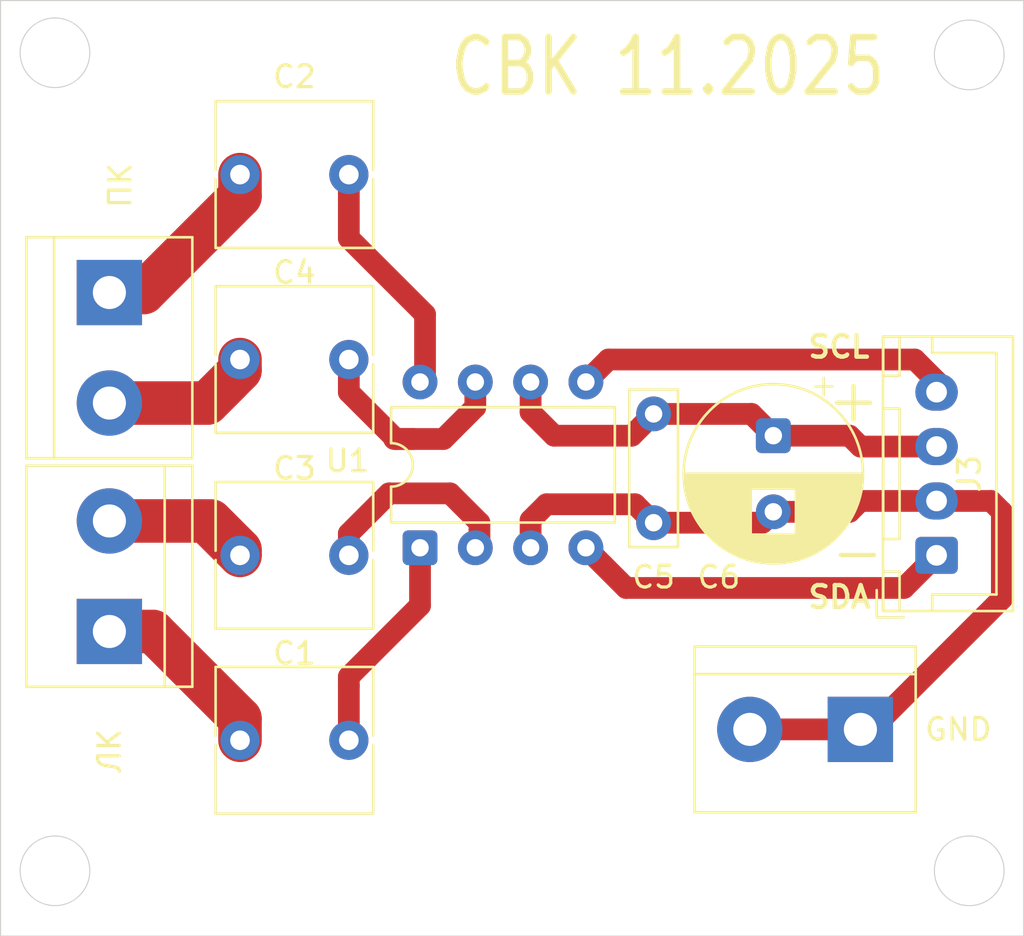
<source format=kicad_pcb>
(kicad_pcb (version 20241229) (generator "pcbnew") (generator_version "9.0")
  (layers (0 "F.Cu" signal) (2 "B.Cu" signal) (13 "F.Paste" user) (15 "B.Paste" user) (5 "F.SilkS" user "F.Silkscreen") (7 "B.SilkS" user "B.Silkscreen") (1 "F.Mask" user) (3 "B.Mask" user) (25 "Edge.Cuts" user))
  (net 0 "")
  (net 1 "Net-(U1-IN1)")
  (net 2 "Net-(U1-IN2)")
  (net 3 "Net-(J5-Pin_1)")
  (net 4 "Net-(U1-OUT1)")
  (net 5 "Net-(U1-OUT2)")
  (net 6 "GNDREF")
  (net 7 "Net-(J3-Pin_3)")
  (net 8 "Net-(J3-Pin_1)")
  (net 9 "Net-(J5-Pin_2)")
  (net 10 "Net-(J1-Pin_1)")
  (net 11 "Net-(J1-Pin_2)")
  (net 12 "Net-(J3-Pin_4)")
  (footprint "Capacitor_THT:C_Rect_L7.0mm_W6.5mm_P5.00mm" (layer "F.Cu") (at 69.5 35 180)
    (property "Reference" "C2" (at 2.5 4.5 0) (layer "F.SilkS"))
    (property "Value" "1мкФ")
    (fp_line (start 6.12 0.213) (end 6.12 3.37) (stroke (width 0.12)) (layer "F.SilkS"))
    (fp_line (start 6.12 -3.37) (end 6.12 -0.213) (stroke (width 0.12)) (layer "F.SilkS"))
    (fp_line (start -1.12 3.37) (end 6.12 3.37) (stroke (width 0.12)) (layer "F.SilkS"))
    (fp_line (start -1.12 0.213) (end -1.12 3.37) (stroke (width 0.12)) (layer "F.SilkS"))
    (fp_line (start -1.12 -3.37) (end 6.12 -3.37) (stroke (width 0.12)) (layer "F.SilkS"))
    (fp_line (start -1.12 -3.37) (end -1.12 -0.213) (stroke (width 0.12)) (layer "F.SilkS"))
    (pad "1" thru_hole circle (at 0 0 180) (size 1.8 1.8) (drill 0.9) (layers "*.Cu" "*.Mask") (net 2 "Net-(U1-IN2)"))
    (pad "2" thru_hole circle (at 5 0 180) (size 1.8 1.8) (drill 0.9) (layers "*.Cu" "*.Mask") (net 3 "Net-(J5-Pin_1)"))
  )
  (footprint "TerminalBlock:TerminalBlock_bornier-2_P5.08mm" (layer "F.Cu") (at 58.5 56 90)
    (property "Reference" "ЛК" (at -5.5 0 90) (layer "F.SilkS"))
    (property "Value" "Вход")
    (fp_line (start 7.62 -3.81) (end -2.54 -3.81) (stroke (width 0.12)) (layer "F.SilkS"))
    (fp_line (start -2.54 -3.81) (end -2.54 3.81) (stroke (width 0.12)) (layer "F.SilkS"))
    (fp_line (start 7.62 2.54) (end -2.54 2.54) (stroke (width 0.12)) (layer "F.SilkS"))
    (fp_line (start 7.62 3.81) (end 7.62 -3.81) (stroke (width 0.12)) (layer "F.SilkS"))
    (fp_line (start -2.54 3.81) (end 7.62 3.81) (stroke (width 0.12)) (layer "F.SilkS"))
    (pad "1" thru_hole rect (at 0 0 90) (size 3 3) (drill 1.52) (layers "*.Cu" "*.Mask") (net 10 "Net-(J1-Pin_1)"))
    (pad "2" thru_hole circle (at 5.08 0 90) (size 3 3) (drill 1.52) (layers "*.Cu" "*.Mask") (net 11 "Net-(J1-Pin_2)"))
  )
  (footprint "Capacitor_THT:C_Rect_L7.0mm_W6.5mm_P5.00mm" (layer "F.Cu") (at 64.5 52.5)
    (property "Reference" "C3" (at 2.5 -4 0) (layer "F.SilkS"))
    (property "Value" "1мкФ")
    (fp_line (start -1.12 -3.37) (end -1.12 -0.213) (stroke (width 0.12)) (layer "F.SilkS"))
    (fp_line (start -1.12 -3.37) (end 6.12 -3.37) (stroke (width 0.12)) (layer "F.SilkS"))
    (fp_line (start -1.12 0.213) (end -1.12 3.37) (stroke (width 0.12)) (layer "F.SilkS"))
    (fp_line (start -1.12 3.37) (end 6.12 3.37) (stroke (width 0.12)) (layer "F.SilkS"))
    (fp_line (start 6.12 -3.37) (end 6.12 -0.213) (stroke (width 0.12)) (layer "F.SilkS"))
    (fp_line (start 6.12 0.213) (end 6.12 3.37) (stroke (width 0.12)) (layer "F.SilkS"))
    (pad "1" thru_hole circle (at 0 0) (size 1.8 1.8) (drill 0.9) (layers "*.Cu" "*.Mask") (net 11 "Net-(J1-Pin_2)"))
    (pad "2" thru_hole circle (at 5 0) (size 1.8 1.8) (drill 0.9) (layers "*.Cu" "*.Mask") (net 4 "Net-(U1-OUT1)"))
  )
  (footprint "TerminalBlock:TerminalBlock_bornier-2_P5.08mm" (layer "F.Cu") (at 58.5 40.42 -90)
    (property "Reference" "ПК" (at -4.92 -0.5 90) (layer "F.SilkS"))
    (property "Value" "Выход")
    (fp_line (start -2.54 3.81) (end 7.62 3.81) (stroke (width 0.12)) (layer "F.SilkS"))
    (fp_line (start 7.62 3.81) (end 7.62 -3.81) (stroke (width 0.12)) (layer "F.SilkS"))
    (fp_line (start 7.62 2.54) (end -2.54 2.54) (stroke (width 0.12)) (layer "F.SilkS"))
    (fp_line (start -2.54 -3.81) (end -2.54 3.81) (stroke (width 0.12)) (layer "F.SilkS"))
    (fp_line (start 7.62 -3.81) (end -2.54 -3.81) (stroke (width 0.12)) (layer "F.SilkS"))
    (pad "1" thru_hole rect (at 0 0 270) (size 3 3) (drill 1.52) (layers "*.Cu" "*.Mask") (net 3 "Net-(J5-Pin_1)"))
    (pad "2" thru_hole circle (at 5.08 0 270) (size 3 3) (drill 1.52) (layers "*.Cu" "*.Mask") (net 9 "Net-(J5-Pin_2)"))
  )
  (footprint "Connector_JST:JST_XH_B4B-XH-A_1x04_P2.50mm_Vertical" (layer "F.Cu") (at 96.5 52.5 90)
    (property "Reference" "J3" (at 3.75 1.5 90) (layer "F.SilkS"))
    (property "Value" "Conn_01x04_Pin" (hide yes))
    (fp_line (start -1.6 -2.75) (end -2.85 -2.75) (stroke (width 0.12)) (layer "F.SilkS"))
    (fp_line (start -2.85 -2.75) (end -2.85 -1.5) (stroke (width 0.12)) (layer "F.SilkS"))
    (fp_line (start 10.06 -2.46) (end -2.56 -2.46) (stroke (width 0.12)) (layer "F.SilkS"))
    (fp_line (start -2.56 -2.46) (end -2.56 3.51) (stroke (width 0.12)) (layer "F.SilkS"))
    (fp_line (start 10.05 -2.45) (end 8.25 -2.45) (stroke (width 0.12)) (layer "F.SilkS"))
    (fp_line (start 8.25 -2.45) (end 8.25 -1.7) (stroke (width 0.12)) (layer "F.SilkS"))
    (fp_line (start 6.75 -2.45) (end 0.75 -2.45) (stroke (width 0.12)) (layer "F.SilkS"))
    (fp_line (start 0.75 -2.45) (end 0.75 -1.7) (stroke (width 0.12)) (layer "F.SilkS"))
    (fp_line (start -0.75 -2.45) (end -2.55 -2.45) (stroke (width 0.12)) (layer "F.SilkS"))
    (fp_line (start -2.55 -2.45) (end -2.55 -1.7) (stroke (width 0.12)) (layer "F.SilkS"))
    (fp_line (start 10.05 -1.7) (end 10.05 -2.45) (stroke (width 0.12)) (layer "F.SilkS"))
    (fp_line (start 8.25 -1.7) (end 10.05 -1.7) (stroke (width 0.12)) (layer "F.SilkS"))
    (fp_line (start 6.75 -1.7) (end 6.75 -2.45) (stroke (width 0.12)) (layer "F.SilkS"))
    (fp_line (start 0.75 -1.7) (end 6.75 -1.7) (stroke (width 0.12)) (layer "F.SilkS"))
    (fp_line (start -0.75 -1.7) (end -0.75 -2.45) (stroke (width 0.12)) (layer "F.SilkS"))
    (fp_line (start -2.55 -1.7) (end -0.75 -1.7) (stroke (width 0.12)) (layer "F.SilkS"))
    (fp_line (start 10.05 -0.2) (end 9.3 -0.2) (stroke (width 0.12)) (layer "F.SilkS"))
    (fp_line (start 9.3 -0.2) (end 9.3 2.75) (stroke (width 0.12)) (layer "F.SilkS"))
    (fp_line (start -1.8 -0.2) (end -1.8 2.75) (stroke (width 0.12)) (layer "F.SilkS"))
    (fp_line (start -2.55 -0.2) (end -1.8 -0.2) (stroke (width 0.12)) (layer "F.SilkS"))
    (fp_line (start 9.3 2.75) (end 3.75 2.75) (stroke (width 0.12)) (layer "F.SilkS"))
    (fp_line (start -1.8 2.75) (end 3.75 2.75) (stroke (width 0.12)) (layer "F.SilkS"))
    (fp_line (start 10.06 3.51) (end 10.06 -2.46) (stroke (width 0.12)) (layer "F.SilkS"))
    (fp_line (start -2.56 3.51) (end 10.06 3.51) (stroke (width 0.12)) (layer "F.SilkS"))
    (pad "1" thru_hole roundrect (at 0 0 90) (size 1.7 1.95) (drill 0.95) (layers "*.Cu" "*.Mask") (roundrect_rratio 0.147059) (net 8 "Net-(J3-Pin_1)"))
    (pad "2" thru_hole oval (at 2.5 0 90) (size 1.7 1.95) (drill 0.95) (layers "*.Cu" "*.Mask") (net 6 "GNDREF"))
    (pad "3" thru_hole oval (at 5 0 90) (size 1.7 1.95) (drill 0.95) (layers "*.Cu" "*.Mask") (net 7 "Net-(J3-Pin_3)"))
    (pad "4" thru_hole oval (at 7.5 0 90) (size 1.7 1.95) (drill 0.95) (layers "*.Cu" "*.Mask") (net 12 "Net-(J3-Pin_4)"))
  )
  (footprint "Capacitor_THT:CP_Radial_D8.0mm_P3.50mm" (layer "F.Cu") (at 89 47 -90)
    (property "Reference" "C6" (at 6.5 2.5 0) (layer "F.SilkS"))
    (property "Value" "470мкФ 25В" (hide yes))
    (fp_line (start 2.47 1.04) (end 2.47 4.017) (stroke (width 0.12)) (layer "F.SilkS"))
    (fp_line (start 2.51 1.04) (end 2.51 4.009) (stroke (width 0.12)) (layer "F.SilkS"))
    (fp_line (start 2.55 1.04) (end 2.55 4.002) (stroke (width 0.12)) (layer "F.SilkS"))
    (fp_line (start 2.59 1.04) (end 2.59 3.993) (stroke (width 0.12)) (layer "F.SilkS"))
    (fp_line (start 2.63 1.04) (end 2.63 3.985) (stroke (width 0.12)) (layer "F.SilkS"))
    (fp_line (start 2.67 1.04) (end 2.67 3.976) (stroke (width 0.12)) (layer "F.SilkS"))
    (fp_line (start 2.71 1.04) (end 2.71 3.967) (stroke (width 0.12)) (layer "F.SilkS"))
    (fp_line (start 2.75 1.04) (end 2.75 3.957) (stroke (width 0.12)) (layer "F.SilkS"))
    (fp_line (start 2.79 1.04) (end 2.79 3.947) (stroke (width 0.12)) (layer "F.SilkS"))
    (fp_line (start 2.83 1.04) (end 2.83 3.936) (stroke (width 0.12)) (layer "F.SilkS"))
    (fp_line (start 2.87 1.04) (end 2.87 3.925) (stroke (width 0.12)) (layer "F.SilkS"))
    (fp_line (start 2.91 1.04) (end 2.91 3.913) (stroke (width 0.12)) (layer "F.SilkS"))
    (fp_line (start 2.95 1.04) (end 2.95 3.901) (stroke (width 0.12)) (layer "F.SilkS"))
    (fp_line (start 2.99 1.04) (end 2.99 3.889) (stroke (width 0.12)) (layer "F.SilkS"))
    (fp_line (start 3.03 1.04) (end 3.03 3.876) (stroke (width 0.12)) (layer "F.SilkS"))
    (fp_line (start 3.07 1.04) (end 3.07 3.863) (stroke (width 0.12)) (layer "F.SilkS"))
    (fp_line (start 3.11 1.04) (end 3.11 3.849) (stroke (width 0.12)) (layer "F.SilkS"))
    (fp_line (start 3.15 1.04) (end 3.15 3.835) (stroke (width 0.12)) (layer "F.SilkS"))
    (fp_line (start 3.19 1.04) (end 3.19 3.82) (stroke (width 0.12)) (layer "F.SilkS"))
    (fp_line (start 3.23 1.04) (end 3.23 3.805) (stroke (width 0.12)) (layer "F.SilkS"))
    (fp_line (start 3.27 1.04) (end 3.27 3.789) (stroke (width 0.12)) (layer "F.SilkS"))
    (fp_line (start 3.31 1.04) (end 3.31 3.773) (stroke (width 0.12)) (layer "F.SilkS"))
    (fp_line (start 3.35 1.04) (end 3.35 3.757) (stroke (width 0.12)) (layer "F.SilkS"))
    (fp_line (start 3.39 1.04) (end 3.39 3.74) (stroke (width 0.12)) (layer "F.SilkS"))
    (fp_line (start 3.43 1.04) (end 3.43 3.722) (stroke (width 0.12)) (layer "F.SilkS"))
    (fp_line (start 3.47 1.04) (end 3.47 3.704) (stroke (width 0.12)) (layer "F.SilkS"))
    (fp_line (start 3.51 1.04) (end 3.51 3.685) (stroke (width 0.12)) (layer "F.SilkS"))
    (fp_line (start 3.55 1.04) (end 3.55 3.666) (stroke (width 0.12)) (layer "F.SilkS"))
    (fp_line (start 3.59 1.04) (end 3.59 3.646) (stroke (width 0.12)) (layer "F.SilkS"))
    (fp_line (start 3.63 1.04) (end 3.63 3.626) (stroke (width 0.12)) (layer "F.SilkS"))
    (fp_line (start 3.67 1.04) (end 3.67 3.605) (stroke (width 0.12)) (layer "F.SilkS"))
    (fp_line (start 3.71 1.04) (end 3.71 3.584) (stroke (width 0.12)) (layer "F.SilkS"))
    (fp_line (start 3.75 1.04) (end 3.75 3.562) (stroke (width 0.12)) (layer "F.SilkS"))
    (fp_line (start 3.79 1.04) (end 3.79 3.539) (stroke (width 0.12)) (layer "F.SilkS"))
    (fp_line (start 3.83 1.04) (end 3.83 3.516) (stroke (width 0.12)) (layer "F.SilkS"))
    (fp_line (start 3.87 1.04) (end 3.87 3.493) (stroke (width 0.12)) (layer "F.SilkS"))
    (fp_line (start 3.91 1.04) (end 3.91 3.468) (stroke (width 0.12)) (layer "F.SilkS"))
    (fp_line (start 3.95 1.04) (end 3.95 3.443) (stroke (width 0.12)) (layer "F.SilkS"))
    (fp_line (start 3.99 1.04) (end 3.99 3.418) (stroke (width 0.12)) (layer "F.SilkS"))
    (fp_line (start 4.03 1.04) (end 4.03 3.392) (stroke (width 0.12)) (layer "F.SilkS"))
    (fp_line (start 4.07 1.04) (end 4.07 3.365) (stroke (width 0.12)) (layer "F.SilkS"))
    (fp_line (start 4.11 1.04) (end 4.11 3.337) (stroke (width 0.12)) (layer "F.SilkS"))
    (fp_line (start 4.15 1.04) (end 4.15 3.309) (stroke (width 0.12)) (layer "F.SilkS"))
    (fp_line (start 4.19 1.04) (end 4.19 3.28) (stroke (width 0.12)) (layer "F.SilkS"))
    (fp_line (start 4.23 1.04) (end 4.23 3.25) (stroke (width 0.12)) (layer "F.SilkS"))
    (fp_line (start 4.27 1.04) (end 4.27 3.219) (stroke (width 0.12)) (layer "F.SilkS"))
    (fp_line (start 4.31 1.04) (end 4.31 3.188) (stroke (width 0.12)) (layer "F.SilkS"))
    (fp_line (start 4.35 1.04) (end 4.35 3.156) (stroke (width 0.12)) (layer "F.SilkS"))
    (fp_line (start 4.39 1.04) (end 4.39 3.123) (stroke (width 0.12)) (layer "F.SilkS"))
    (fp_line (start 4.43 1.04) (end 4.43 3.089) (stroke (width 0.12)) (layer "F.SilkS"))
    (fp_line (start 4.47 1.04) (end 4.47 3.055) (stroke (width 0.12)) (layer "F.SilkS"))
    (fp_line (start 4.51 1.04) (end 4.51 3.019) (stroke (width 0.12)) (layer "F.SilkS"))
    (fp_line (start 5.83 -0.533) (end 5.83 0.533) (stroke (width 0.12)) (layer "F.SilkS"))
    (fp_line (start 5.79 -0.768) (end 5.79 0.768) (stroke (width 0.12)) (layer "F.SilkS"))
    (fp_line (start 5.75 -0.947) (end 5.75 0.947) (stroke (width 0.12)) (layer "F.SilkS"))
    (fp_line (start 5.71 -1.097) (end 5.71 1.097) (stroke (width 0.12)) (layer "F.SilkS"))
    (fp_line (start 5.67 -1.228) (end 5.67 1.228) (stroke (width 0.12)) (layer "F.SilkS"))
    (fp_line (start 5.63 -1.346) (end 5.63 1.346) (stroke (width 0.12)) (layer "F.SilkS"))
    (fp_line (start 5.59 -1.453) (end 5.59 1.453) (stroke (width 0.12)) (layer "F.SilkS"))
    (fp_line (start 5.55 -1.552) (end 5.55 1.552) (stroke (width 0.12)) (layer "F.SilkS"))
    (fp_line (start 5.51 -1.644) (end 5.51 1.644) (stroke (width 0.12)) (layer "F.SilkS"))
    (fp_line (start 5.47 -1.731) (end 5.47 1.731) (stroke (width 0.12)) (layer "F.SilkS"))
    (fp_line (start 5.43 -1.813) (end 5.43 1.813) (stroke (width 0.12)) (layer "F.SilkS"))
    (fp_line (start 5.39 -1.89) (end 5.39 1.89) (stroke (width 0.12)) (layer "F.SilkS"))
    (fp_line (start 5.35 -1.964) (end 5.35 1.964) (stroke (width 0.12)) (layer "F.SilkS"))
    (fp_line (start 5.31 -2.034) (end 5.31 2.034) (stroke (width 0.12)) (layer "F.SilkS"))
    (fp_line (start 5.27 -2.101) (end 5.27 2.101) (stroke (width 0.12)) (layer "F.SilkS"))
    (fp_line (start 5.23 -2.165) (end 5.23 2.165) (stroke (width 0.12)) (layer "F.SilkS"))
    (fp_line (start 5.19 -2.227) (end 5.19 2.227) (stroke (width 0.12)) (layer "F.SilkS"))
    (fp_line (start 5.15 -2.287) (end 5.15 2.287) (stroke (width 0.12)) (layer "F.SilkS"))
    (fp_line (start -2.659698 -2.315) (end -1.859698 -2.315) (stroke (width 0.12)) (layer "F.SilkS"))
    (fp_line (start 5.11 -2.344) (end 5.11 2.344) (stroke (width 0.12)) (layer "F.SilkS"))
    (fp_line (start 5.07 -2.4) (end 5.07 2.4) (stroke (width 0.12)) (layer "F.SilkS"))
    (fp_line (start 5.03 -2.453) (end 5.03 2.453) (stroke (width 0.12)) (layer "F.SilkS"))
    (fp_line (start 4.99 -2.505) (end 4.99 2.505) (stroke (width 0.12)) (layer "F.SilkS"))
    (fp_line (start 4.95 -2.555) (end 4.95 2.555) (stroke (width 0.12)) (layer "F.SilkS"))
    (fp_line (start 4.91 -2.604) (end 4.91 2.604) (stroke (width 0.12)) (layer "F.SilkS"))
    (fp_line (start 4.87 -2.651) (end 4.87 2.651) (stroke (width 0.12)) (layer "F.SilkS"))
    (fp_line (start 4.83 -2.696) (end 4.83 2.696) (stroke (width 0.12)) (layer "F.SilkS"))
    (fp_line (start -2.259698 -2.715) (end -2.259698 -1.915) (stroke (width 0.12)) (layer "F.SilkS"))
    (fp_line (start 4.79 -2.741) (end 4.79 2.741) (stroke (width 0.12)) (layer "F.SilkS"))
    (fp_line (start 4.75 -2.784) (end 4.75 2.784) (stroke (width 0.12)) (layer "F.SilkS"))
    (fp_line (start 4.71 -2.826) (end 4.71 2.826) (stroke (width 0.12)) (layer "F.SilkS"))
    (fp_line (start 4.67 -2.867) (end 4.67 2.867) (stroke (width 0.12)) (layer "F.SilkS"))
    (fp_line (start 4.63 -2.906) (end 4.63 2.906) (stroke (width 0.12)) (layer "F.SilkS"))
    (fp_line (start 4.59 -2.945) (end 4.59 2.945) (stroke (width 0.12)) (layer "F.SilkS"))
    (fp_line (start 4.55 -2.982) (end 4.55 2.982) (stroke (width 0.12)) (layer "F.SilkS"))
    (fp_line (start 4.51 -3.019) (end 4.51 -1.04) (stroke (width 0.12)) (layer "F.SilkS"))
    (fp_line (start 4.47 -3.055) (end 4.47 -1.04) (stroke (width 0.12)) (layer "F.SilkS"))
    (fp_line (start 4.43 -3.089) (end 4.43 -1.04) (stroke (width 0.12)) (layer "F.SilkS"))
    (fp_line (start 4.39 -3.123) (end 4.39 -1.04) (stroke (width 0.12)) (layer "F.SilkS"))
    (fp_line (start 4.35 -3.156) (end 4.35 -1.04) (stroke (width 0.12)) (layer "F.SilkS"))
    (fp_line (start 4.31 -3.188) (end 4.31 -1.04) (stroke (width 0.12)) (layer "F.SilkS"))
    (fp_line (start 4.27 -3.219) (end 4.27 -1.04) (stroke (width 0.12)) (layer "F.SilkS"))
    (fp_line (start 4.23 -3.25) (end 4.23 -1.04) (stroke (width 0.12)) (layer "F.SilkS"))
    (fp_line (start 4.19 -3.28) (end 4.19 -1.04) (stroke (width 0.12)) (layer "F.SilkS"))
    (fp_line (start 4.15 -3.309) (end 4.15 -1.04) (stroke (width 0.12)) (layer "F.SilkS"))
    (fp_line (start 4.11 -3.337) (end 4.11 -1.04) (stroke (width 0.12)) (layer "F.SilkS"))
    (fp_line (start 4.07 -3.365) (end 4.07 -1.04) (stroke (width 0.12)) (layer "F.SilkS"))
    (fp_line (start 4.03 -3.392) (end 4.03 -1.04) (stroke (width 0.12)) (layer "F.SilkS"))
    (fp_line (start 3.99 -3.418) (end 3.99 -1.04) (stroke (width 0.12)) (layer "F.SilkS"))
    (fp_line (start 3.95 -3.443) (end 3.95 -1.04) (stroke (width 0.12)) (layer "F.SilkS"))
    (fp_line (start 3.91 -3.468) (end 3.91 -1.04) (stroke (width 0.12)) (layer "F.SilkS"))
    (fp_line (start 3.87 -3.493) (end 3.87 -1.04) (stroke (width 0.12)) (layer "F.SilkS"))
    (fp_line (start 3.83 -3.516) (end 3.83 -1.04) (stroke (width 0.12)) (layer "F.SilkS"))
    (fp_line (start 3.79 -3.539) (end 3.79 -1.04) (stroke (width 0.12)) (layer "F.SilkS"))
    (fp_line (start 3.75 -3.562) (end 3.75 -1.04) (stroke (width 0.12)) (layer "F.SilkS"))
    (fp_line (start 3.71 -3.584) (end 3.71 -1.04) (stroke (width 0.12)) (layer "F.SilkS"))
    (fp_line (start 3.67 -3.605) (end 3.67 -1.04) (stroke (width 0.12)) (layer "F.SilkS"))
    (fp_line (start 3.63 -3.626) (end 3.63 -1.04) (stroke (width 0.12)) (layer "F.SilkS"))
    (fp_line (start 3.59 -3.646) (end 3.59 -1.04) (stroke (width 0.12)) (layer "F.SilkS"))
    (fp_line (start 3.55 -3.666) (end 3.55 -1.04) (stroke (width 0.12)) (layer "F.SilkS"))
    (fp_line (start 3.51 -3.685) (end 3.51 -1.04) (stroke (width 0.12)) (layer "F.SilkS"))
    (fp_line (start 3.47 -3.704) (end 3.47 -1.04) (stroke (width 0.12)) (layer "F.SilkS"))
    (fp_line (start 3.43 -3.722) (end 3.43 -1.04) (stroke (width 0.12)) (layer "F.SilkS"))
    (fp_line (start 3.39 -3.74) (end 3.39 -1.04) (stroke (width 0.12)) (layer "F.SilkS"))
    (fp_line (start 3.35 -3.757) (end 3.35 -1.04) (stroke (width 0.12)) (layer "F.SilkS"))
    (fp_line (start 3.31 -3.773) (end 3.31 -1.04) (stroke (width 0.12)) (layer "F.SilkS"))
    (fp_line (start 3.27 -3.789) (end 3.27 -1.04) (stroke (width 0.12)) (layer "F.SilkS"))
    (fp_line (start 3.23 -3.805) (end 3.23 -1.04) (stroke (width 0.12)) (layer "F.SilkS"))
    (fp_line (start 3.19 -3.82) (end 3.19 -1.04) (stroke (width 0.12)) (layer "F.SilkS"))
    (fp_line (start 3.15 -3.835) (end 3.15 -1.04) (stroke (width 0.12)) (layer "F.SilkS"))
    (fp_line (start 3.11 -3.849) (end 3.11 -1.04) (stroke (width 0.12)) (layer "F.SilkS"))
    (fp_line (start 3.07 -3.863) (end 3.07 -1.04) (stroke (width 0.12)) (layer "F.SilkS"))
    (fp_line (start 3.03 -3.876) (end 3.03 -1.04) (stroke (width 0.12)) (layer "F.SilkS"))
    (fp_line (start 2.99 -3.889) (end 2.99 -1.04) (stroke (width 0.12)) (layer "F.SilkS"))
    (fp_line (start 2.95 -3.901) (end 2.95 -1.04) (stroke (width 0.12)) (layer "F.SilkS"))
    (fp_line (start 2.91 -3.913) (end 2.91 -1.04) (stroke (width 0.12)) (layer "F.SilkS"))
    (fp_line (start 2.87 -3.925) (end 2.87 -1.04) (stroke (width 0.12)) (layer "F.SilkS"))
    (fp_line (start 2.83 -3.936) (end 2.83 -1.04) (stroke (width 0.12)) (layer "F.SilkS"))
    (fp_line (start 2.79 -3.947) (end 2.79 -1.04) (stroke (width 0.12)) (layer "F.SilkS"))
    (fp_line (start 2.75 -3.957) (end 2.75 -1.04) (stroke (width 0.12)) (layer "F.SilkS"))
    (fp_line (start 2.71 -3.967) (end 2.71 -1.04) (stroke (width 0.12)) (layer "F.SilkS"))
    (fp_line (start 2.67 -3.976) (end 2.67 -1.04) (stroke (width 0.12)) (layer "F.SilkS"))
    (fp_line (start 2.63 -3.985) (end 2.63 -1.04) (stroke (width 0.12)) (layer "F.SilkS"))
    (fp_line (start 2.59 -3.993) (end 2.59 -1.04) (stroke (width 0.12)) (layer "F.SilkS"))
    (fp_line (start 2.55 -4.002) (end 2.55 -1.04) (stroke (width 0.12)) (layer "F.SilkS"))
    (fp_line (start 2.51 -4.009) (end 2.51 -1.04) (stroke (width 0.12)) (layer "F.SilkS"))
    (fp_line (start 2.47 -4.017) (end 2.47 -1.04) (stroke (width 0.12)) (layer "F.SilkS"))
    (fp_line (start 2.43 -4.023) (end 2.43 4.023) (stroke (width 0.12)) (layer "F.SilkS"))
    (fp_line (start 2.39 -4.03) (end 2.39 4.03) (stroke (width 0.12)) (layer "F.SilkS"))
    (fp_line (start 2.35 -4.036) (end 2.35 4.036) (stroke (width 0.12)) (layer "F.SilkS"))
    (fp_line (start 2.31 -4.042) (end 2.31 4.042) (stroke (width 0.12)) (layer "F.SilkS"))
    (fp_line (start 2.27 -4.047) (end 2.27 4.047) (stroke (width 0.12)) (layer "F.SilkS"))
    (fp_line (start 2.23 -4.052) (end 2.23 4.052) (stroke (width 0.12)) (layer "F.SilkS"))
    (fp_line (start 2.19 -4.056) (end 2.19 4.056) (stroke (width 0.12)) (layer "F.SilkS"))
    (fp_line (start 2.15 -4.061) (end 2.15 4.061) (stroke (width 0.12)) (layer "F.SilkS"))
    (fp_line (start 2.11 -4.064) (end 2.11 4.064) (stroke (width 0.12)) (layer "F.SilkS"))
    (fp_line (start 2.07 -4.068) (end 2.07 4.068) (stroke (width 0.12)) (layer "F.SilkS"))
    (fp_line (start 2.03 -4.07) (end 2.03 4.07) (stroke (width 0.12)) (layer "F.SilkS"))
    (fp_line (start 1.99 -4.073) (end 1.99 4.073) (stroke (width 0.12)) (layer "F.SilkS"))
    (fp_line (start 1.95 -4.075) (end 1.95 4.075) (stroke (width 0.12)) (layer "F.SilkS"))
    (fp_line (start 1.91 -4.077) (end 1.91 4.077) (stroke (width 0.12)) (layer "F.SilkS"))
    (fp_line (start 1.87 -4.078) (end 1.87 4.078) (stroke (width 0.12)) (layer "F.SilkS"))
    (fp_line (start 1.83 -4.079) (end 1.83 4.079) (stroke (width 0.12)) (layer "F.SilkS"))
    (fp_line (start 1.75 -4.08) (end 1.75 4.08) (stroke (width 0.12)) (layer "F.SilkS"))
    (fp_line (start 1.79 -4.08) (end 1.79 4.08) (stroke (width 0.12)) (layer "F.SilkS"))
    (fp_circle (center 1.75 0) (end 5.87 0) (stroke (width 0.12)) (fill no) (layer "F.SilkS"))
    (pad "1" thru_hole roundrect (at 0 0 270) (size 1.6 1.6) (drill 0.8) (layers "*.Cu" "*.Mask") (roundrect_rratio 0.15625) (net 7 "Net-(J3-Pin_3)"))
    (pad "2" thru_hole circle (at 3.5 0 270) (size 1.6 1.6) (drill 0.8) (layers "*.Cu" "*.Mask") (net 6 "GNDREF"))
  )
  (footprint "Package_DIP:DIP-8_W7.62mm" (layer "F.Cu") (at 72.77 52.152651 90)
    (property "Reference" "U1" (at 4 -3.33 0) (layer "F.SilkS"))
    (property "Value" "PT2257" (hide yes))
    (fp_line (start 6.46 -1.33) (end 4.81 -1.33) (stroke (width 0.12)) (layer "F.SilkS"))
    (fp_line (start 2.81 -1.33) (end 1.16 -1.33) (stroke (width 0.12)) (layer "F.SilkS"))
    (fp_line (start 1.16 -1.33) (end 1.16 8.95) (stroke (width 0.12)) (layer "F.SilkS"))
    (fp_line (start 6.46 8.95) (end 6.46 -1.33) (stroke (width 0.12)) (layer "F.SilkS"))
    (fp_line (start 1.16 8.95) (end 6.46 8.95) (stroke (width 0.12)) (layer "F.SilkS"))
    (fp_arc (start 4.81 -1.33) (mid 3.81 -0.33) (end 2.81 -1.33) (stroke (width 0.12)) (layer "F.SilkS"))
    (pad "1" thru_hole roundrect (at 0 0 90) (size 1.6 1.6) (drill 0.8) (layers "*.Cu" "*.Mask") (roundrect_rratio 0.15625) (net 1 "Net-(U1-IN1)"))
    (pad "2" thru_hole circle (at 0 2.54 90) (size 1.6 1.6) (drill 0.8) (layers "*.Cu" "*.Mask") (net 4 "Net-(U1-OUT1)"))
    (pad "3" thru_hole circle (at 0 5.08 90) (size 1.6 1.6) (drill 0.8) (layers "*.Cu" "*.Mask") (net 6 "GNDREF"))
    (pad "4" thru_hole circle (at 0 7.62 90) (size 1.6 1.6) (drill 0.8) (layers "*.Cu" "*.Mask") (net 8 "Net-(J3-Pin_1)"))
    (pad "5" thru_hole circle (at 7.62 7.62 90) (size 1.6 1.6) (drill 0.8) (layers "*.Cu" "*.Mask") (net 12 "Net-(J3-Pin_4)"))
    (pad "6" thru_hole circle (at 7.62 5.08 90) (size 1.6 1.6) (drill 0.8) (layers "*.Cu" "*.Mask") (net 7 "Net-(J3-Pin_3)"))
    (pad "7" thru_hole circle (at 7.62 2.54 90) (size 1.6 1.6) (drill 0.8) (layers "*.Cu" "*.Mask") (net 5 "Net-(U1-OUT2)"))
    (pad "8" thru_hole circle (at 7.62 0 90) (size 1.6 1.6) (drill 0.8) (layers "*.Cu" "*.Mask") (net 2 "Net-(U1-IN2)"))
  )
  (footprint "TerminalBlock:TerminalBlock_bornier-2_P5.08mm" (layer "F.Cu") (at 93 60.5 180)
    (property "Reference" "GND" (at -4.5 0 0) (layer "F.SilkS"))
    (property "Value" "GND" (hide yes))
    (fp_line (start 7.62 3.81) (end 7.62 -3.81) (stroke (width 0.12)) (layer "F.SilkS"))
    (fp_line (start 7.62 2.54) (end -2.54 2.54) (stroke (width 0.12)) (layer "F.SilkS"))
    (fp_line (start 7.62 -3.81) (end -2.54 -3.81) (stroke (width 0.12)) (layer "F.SilkS"))
    (fp_line (start -2.54 3.81) (end 7.62 3.81) (stroke (width 0.12)) (layer "F.SilkS"))
    (fp_line (start -2.54 -3.81) (end -2.54 3.81) (stroke (width 0.12)) (layer "F.SilkS"))
    (pad "1" thru_hole rect (at 0 0 180) (size 3 3) (drill 1.52) (layers "*.Cu" "*.Mask") (net 6 "GNDREF"))
    (pad "2" thru_hole circle (at 5.08 0 180) (size 3 3) (drill 1.52) (layers "*.Cu" "*.Mask") (net 6 "GNDREF"))
  )
  (footprint "Capacitor_THT:C_Rect_L7.0mm_W6.5mm_P5.00mm" (layer "F.Cu") (at 69.5 61 180)
    (property "Reference" "C1" (at 2.5 4 0) (layer "F.SilkS"))
    (property "Value" "1 мкФ")
    (fp_line (start 6.12 0.213) (end 6.12 3.37) (stroke (width 0.12)) (layer "F.SilkS"))
    (fp_line (start 6.12 -3.37) (end 6.12 -0.213) (stroke (width 0.12)) (layer "F.SilkS"))
    (fp_line (start -1.12 3.37) (end 6.12 3.37) (stroke (width 0.12)) (layer "F.SilkS"))
    (fp_line (start -1.12 0.213) (end -1.12 3.37) (stroke (width 0.12)) (layer "F.SilkS"))
    (fp_line (start -1.12 -3.37) (end 6.12 -3.37) (stroke (width 0.12)) (layer "F.SilkS"))
    (fp_line (start -1.12 -3.37) (end -1.12 -0.213) (stroke (width 0.12)) (layer "F.SilkS"))
    (pad "1" thru_hole circle (at 0 0 180) (size 1.8 1.8) (drill 0.9) (layers "*.Cu" "*.Mask") (net 1 "Net-(U1-IN1)"))
    (pad "2" thru_hole circle (at 5 0 180) (size 1.8 1.8) (drill 0.9) (layers "*.Cu" "*.Mask") (net 10 "Net-(J1-Pin_1)"))
  )
  (footprint "Capacitor_THT:C_Rect_L7.0mm_W6.5mm_P5.00mm" (layer "F.Cu") (at 64.5 43.5)
    (property "Reference" "C4" (at 2.5 -4 0) (layer "F.SilkS"))
    (property "Value" "1мкФ")
    (fp_line (start -1.12 -3.37) (end -1.12 -0.213) (stroke (width 0.12)) (layer "F.SilkS"))
    (fp_line (start -1.12 -3.37) (end 6.12 -3.37) (stroke (width 0.12)) (layer "F.SilkS"))
    (fp_line (start -1.12 0.213) (end -1.12 3.37) (stroke (width 0.12)) (layer "F.SilkS"))
    (fp_line (start -1.12 3.37) (end 6.12 3.37) (stroke (width 0.12)) (layer "F.SilkS"))
    (fp_line (start 6.12 -3.37) (end 6.12 -0.213) (stroke (width 0.12)) (layer "F.SilkS"))
    (fp_line (start 6.12 0.213) (end 6.12 3.37) (stroke (width 0.12)) (layer "F.SilkS"))
    (pad "1" thru_hole circle (at 0 0) (size 1.8 1.8) (drill 0.9) (layers "*.Cu" "*.Mask") (net 9 "Net-(J5-Pin_2)"))
    (pad "2" thru_hole circle (at 5 0) (size 1.8 1.8) (drill 0.9) (layers "*.Cu" "*.Mask") (net 5 "Net-(U1-OUT2)"))
  )
  (footprint "Capacitor_THT:C_Rect_L7.0mm_W2.0mm_P5.00mm" (layer "F.Cu") (at 83.5 46 -90)
    (property "Reference" "C5" (at 7.5 0 0) (layer "F.SilkS"))
    (property "Value" "0,1мкФ" (hide yes))
    (fp_line (start -1.12 1.12) (end 6.12 1.12) (stroke (width 0.12)) (layer "F.SilkS"))
    (fp_line (start -1.12 -1.12) (end -1.12 1.12) (stroke (width 0.12)) (layer "F.SilkS"))
    (fp_line (start -1.12 -1.12) (end 6.12 -1.12) (stroke (width 0.12)) (layer "F.SilkS"))
    (fp_line (start 6.12 -1.12) (end 6.12 1.12) (stroke (width 0.12)) (layer "F.SilkS"))
    (pad "1" thru_hole circle (at 0 0 270) (size 1.6 1.6) (drill 0.8) (layers "*.Cu" "*.Mask") (net 7 "Net-(J3-Pin_3)"))
    (pad "2" thru_hole circle (at 5 0 270) (size 1.6 1.6) (drill 0.8) (layers "*.Cu" "*.Mask") (net 6 "GNDREF"))
  )
  (gr_line (start 53.5 70) (end 53.5 27) (stroke (width 0.05)) (layer "Edge.Cuts"))
  (gr_circle (center 56 67) (end 57.6 67) (stroke (width 0.05)) (fill no) (layer "Edge.Cuts"))
  (gr_line (start 53.5 27) (end 100.5 27) (stroke (width 0.05)) (layer "Edge.Cuts"))
  (gr_line (start 100.5 27) (end 100.5 70) (stroke (width 0.05)) (layer "Edge.Cuts"))
  (gr_line (start 100.5 70) (end 53.5 70) (stroke (width 0.05)) (layer "Edge.Cuts"))
  (gr_circle (center 98 29.5) (end 99.6 29.5) (stroke (width 0.05)) (fill no) (layer "Edge.Cuts"))
  (gr_circle (center 98 67) (end 99.6 67) (stroke (width 0.05)) (fill no) (layer "Edge.Cuts"))
  (gr_circle (center 56 29.4) (end 57.6 29.4) (stroke (width 0.05)) (fill no) (layer "Edge.Cuts"))
  (gr_text "+" (at 91.315 46.5 0) (layer "F.SilkS") (effects (font (size 2 2) (thickness 0.2) (bold yes)) (justify left bottom)))
  (gr_text "-" (at 91.5 53.5 0) (layer "F.SilkS") (effects (font (size 2 2) (thickness 0.2)) (justify left bottom)))
  (gr_text "SDA\n" (at 90.5 55 0) (layer "F.SilkS") (effects (font (size 1 1) (thickness 0.2) (bold yes)) (justify left bottom)))
  (gr_text "SCL" (at 90.5 43.5 0) (layer "F.SilkS") (effects (font (size 1 1) (thickness 0.2) (bold yes)) (justify left bottom)))
  (gr_text "СВК 11.2025" (at 74 31.5 0) (layer "F.SilkS") (effects (font (size 2.5 2) (thickness 0.3)) (justify left bottom)))
  (segment (start 69.5 58.5) (end 69.5 58.08) (width 1) (layer "F.Cu") (net 1))
  (segment (start 72.77 54.81) (end 72.77 52.152651) (width 1) (layer "F.Cu") (net 1))
  (segment (start 69.5 61) (end 69.5 58.5) (width 1) (layer "F.Cu") (net 1))
  (segment (start 69.5 58.08) (end 72.77 54.81) (width 1) (layer "F.Cu") (net 1))
  (segment (start 73 44.302651) (end 72.77 44.532651) (width 1) (layer "F.Cu") (net 2))
  (segment (start 69.5 35) (end 69.5 37.92) (width 1) (layer "F.Cu") (net 2))
  (segment (start 73 41.42) (end 73 44.302651) (width 1) (layer "F.Cu") (net 2))
  (segment (start 69.5 37.92) (end 73 41.42) (width 1) (layer "F.Cu") (net 2))
  (segment (start 64.08 35) (end 64.5 35.42) (width 1) (layer "F.Cu") (net 3))
  (segment (start 64.5 35) (end 64.5 36) (width 2) (layer "F.Cu") (net 3))
  (segment (start 64.5 36) (end 60.08 40.42) (width 2) (layer "F.Cu") (net 3))
  (segment (start 60.08 40.42) (end 58.5 40.42) (width 2) (layer "F.Cu") (net 3))
  (segment (start 58.5 40.42) (end 58.66 40.42) (width 2) (layer "F.Cu") (net 3))
  (segment (start 69.5 51.5) (end 69.5 52.5) (width 1) (layer "F.Cu") (net 4))
  (segment (start 75.5 51) (end 74.152651 49.652651) (width 1) (layer "F.Cu") (net 4))
  (segment (start 75.31 52.152651) (end 75.5 51.962651) (width 1) (layer "F.Cu") (net 4))
  (segment (start 74.152651 49.652651) (end 71.347349 49.652651) (width 1) (layer "F.Cu") (net 4))
  (segment (start 75.5 51.962651) (end 75.5 51) (width 1) (layer "F.Cu") (net 4))
  (segment (start 71.347349 49.652651) (end 69.5 51.5) (width 1) (layer "F.Cu") (net 4))
  (segment (start 75.31 45.69) (end 75.31 44.532651) (width 1) (layer "F.Cu") (net 5))
  (segment (start 69.5 44) (end 69.5 45) (width 1) (layer "F.Cu") (net 5))
  (segment (start 69.5 45) (end 71.652651 47.152651) (width 1) (layer "F.Cu") (net 5))
  (segment (start 71.652651 47.152651) (end 72.5 47.152651) (width 1) (layer "F.Cu") (net 5))
  (segment (start 73.847349 47.152651) (end 75.31 45.69) (width 1) (layer "F.Cu") (net 5))
  (segment (start 71.58 47.152651) (end 73.847349 47.152651) (width 1) (layer "F.Cu") (net 5))
  (segment (start 88.5 51) (end 89 50.5) (width 1) (layer "F.Cu") (net 6))
  (segment (start 99.499 54.501) (end 99.499 50.501) (width 1) (layer "F.Cu") (net 6))
  (segment (start 77.85 52.152651) (end 77.85 50.882651) (width 1) (layer "F.Cu") (net 6))
  (segment (start 93.5 60.5) (end 99.499 54.501) (width 1) (layer "F.Cu") (net 6))
  (segment (start 99.499 50.501) (end 99.5 50.5) (width 1) (layer "F.Cu") (net 6))
  (segment (start 99 50) (end 96.5 50) (width 1) (layer "F.Cu") (net 6))
  (segment (start 92.5 50.5) (end 93 50) (width 1) (layer "F.Cu") (net 6))
  (segment (start 93 50) (end 96.5 50) (width 1) (layer "F.Cu") (net 6))
  (segment (start 87.92 60.5) (end 93.5 60.5) (width 1) (layer "F.Cu") (net 6))
  (segment (start 82.652651 50.152651) (end 83.5 51) (width 1) (layer "F.Cu") (net 6))
  (segment (start 89 50.5) (end 92.5 50.5) (width 1) (layer "F.Cu") (net 6))
  (segment (start 77.85 50.882651) (end 78.58 50.152651) (width 1) (layer "F.Cu") (net 6))
  (segment (start 78.58 50.152651) (end 82.652651 50.152651) (width 1) (layer "F.Cu") (net 6))
  (segment (start 83.5 51) (end 88.5 51) (width 1) (layer "F.Cu") (net 6))
  (segment (start 99.5 50.5) (end 99 50) (width 1) (layer "F.Cu") (net 6))
  (segment (start 88 46) (end 89 47) (width 1) (layer "F.Cu") (net 7))
  (segment (start 93 47.5) (end 96.5 47.5) (width 1) (layer "F.Cu") (net 7))
  (segment (start 92.5 47) (end 93 47.5) (width 1) (layer "F.Cu") (net 7))
  (segment (start 89 47) (end 92.5 47) (width 1) (layer "F.Cu") (net 7))
  (segment (start 83.5 46) (end 88 46) (width 1) (layer "F.Cu") (net 7))
  (segment (start 82.5 47) (end 83.5 46) (width 1) (layer "F.Cu") (net 7))
  (segment (start 77.85 45.922651) (end 78.927349 47) (width 1) (layer "F.Cu") (net 7))
  (segment (start 78.927349 47) (end 82.5 47) (width 1) (layer "F.Cu") (net 7))
  (segment (start 77.85 44.532651) (end 77.85 45.922651) (width 1) (layer "F.Cu") (net 7))
  (segment (start 80.39 52.152651) (end 82.237349 54) (width 1) (layer "F.Cu") (net 8))
  (segment (start 82.237349 54) (end 95 54) (width 1) (layer "F.Cu") (net 8))
  (segment (start 95 54) (end 96.5 52.5) (width 1) (layer "F.Cu") (net 8))
  (segment (start 63 45.5) (end 64.5 44) (width 2) (layer "F.Cu") (net 9))
  (segment (start 64.5 44) (end 64.5 43.5) (width 2) (layer "F.Cu") (net 9))
  (segment (start 63 45.5) (end 64 44.5) (width 2) (layer "F.Cu") (net 9))
  (segment (start 59 45.5) (end 63 45.5) (width 2) (layer "F.Cu") (net 9))
  (segment (start 58.5 56.42) (end 58.621 56.299) (width 0.2) (layer "F.Cu") (net 10))
  (segment (start 59 56) (end 60.5 56) (width 2) (layer "F.Cu") (net 10))
  (segment (start 64.5 60) (end 64.5 61) (width 2) (layer "F.Cu") (net 10))
  (segment (start 60.5 56) (end 64.5 60) (width 2) (layer "F.Cu") (net 10))
  (segment (start 58.5 50.92) (end 62.92 50.92) (width 2) (layer "F.Cu") (net 11))
  (segment (start 64.5 52.25) (end 64.5 52.5) (width 2) (layer "F.Cu") (net 11))
  (segment (start 62.92 50.92) (end 64.5 52.5) (width 2) (layer "F.Cu") (net 11))
  (segment (start 63.17 50.92) (end 64.5 52.25) (width 2) (layer "F.Cu") (net 11))
  (segment (start 80.39 44.532651) (end 81.422651 43.5) (width 1) (layer "F.Cu") (net 12))
  (segment (start 81.422651 43.5) (end 95.5 43.5) (width 1) (layer "F.Cu") (net 12))
  (segment (start 96.5 44.5) (end 95.5 43.5) (width 1) (layer "F.Cu") (net 12))
  (segment (start 96.5 45) (end 96.5 44.5) (width 1) (layer "F.Cu") (net 12))
)
</source>
